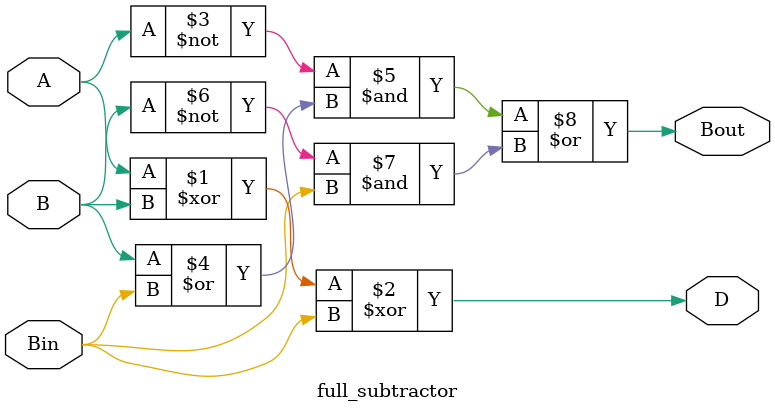
<source format=v>
module full_subtractor (
    input A,       // Minuend
    input B,       // Subtrahend
    input Bin,     // Borrow input
    output D,      // Difference
    output Bout    // Borrow output
);

    // Difference is computed as A - B - Bin
    assign D = A ^ B ^ Bin;  // XOR operation for Difference
    
    // Borrow output is generated based on the logic
    assign Bout = (~A & (B | Bin)) | (~B & Bin);

endmodule

</source>
